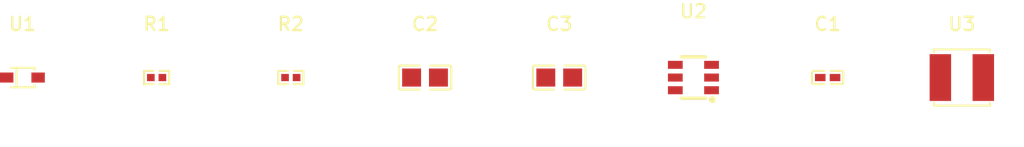
<source format=kicad_pcb>
(kicad_pcb (version 20240108) (generator "atopile") (generator_version "0.3.13-dev0")
  (layers (0 "F.Cu" signal) (31 "B.Cu" signal) (34 "B.Paste" user) (35 "F.Paste" user) (36 "B.SilkS" user "B.Silkscreen") (37 "F.SilkS" user "F.Silkscreen") (38 "B.Mask" user) (39 "F.Mask" user) (44 "Edge.Cuts" user))
  (net 0 "")
  (net 1 "CB")
  (net 2 "hv")
  (net 3 "SW")
  (net 4 "hv-1")
  (net 5 "line")
  (net 6 "gnd-1")
  (net 7 "gnd")
  (footprint "lib:SOD-323_L1.8-W1.3-LS2.5-RD" (layer "F.Cu") (at 10 -5 0)
    (property "Reference" "U1" (at 0 -4 0) (layer "F.SilkS") (hide no))
    (property "Value" "")
    (fp_line (start 0.91 0.73) (end 0.91 0.52) (stroke (width 0.15)) (layer "F.SilkS"))
    (fp_line (start 0.91 -0.73) (end 0.91 -0.53) (stroke (width 0.15)) (layer "F.SilkS"))
    (fp_line (start -0.85 -0.73) (end 0.91 -0.73) (stroke (width 0.15)) (layer "F.SilkS"))
    (fp_line (start -0.85 0.73) (end 0.91 0.73) (stroke (width 0.15)) (layer "F.SilkS"))
    (fp_line (start -0.44 -0.73) (end -0.44 0.73) (stroke (width 0.15)) (layer "F.SilkS"))
    (fp_text user "${REFERENCE}" (at 0 -4 0) (layer "F.SilkS"))
    (pad "2" smd rect (at 1.17 0 0) (size 1 0.75) (layers "F.Cu" "F.Paste" "F.Mask") (net 7 "gnd"))
    (pad "1" smd rect (at -1.17 0 0) (size 1 0.75) (layers "F.Cu" "F.Paste" "F.Mask") (net 3 "SW"))
  )
  (footprint "atopile:R0402-56259e" (layer "F.Cu") (at 20 -5 0)
    (property "Reference" "R1" (at 0 -4 0) (layer "F.SilkS") (hide no))
    (property "Value" "10kΩ ±1% 62.5mW")
    (fp_line (start -0.23 0.5) (end -0.94 0.5) (stroke (width 0.15)) (layer "F.SilkS"))
    (fp_line (start -0.94 0.5) (end -0.94 -0.5) (stroke (width 0.15)) (layer "F.SilkS"))
    (fp_line (start -0.94 -0.5) (end -0.23 -0.5) (stroke (width 0.15)) (layer "F.SilkS"))
    (fp_line (start 0.23 0.5) (end 0.94 0.5) (stroke (width 0.15)) (layer "F.SilkS"))
    (fp_line (start 0.94 0.5) (end 0.94 -0.5) (stroke (width 0.15)) (layer "F.SilkS"))
    (fp_line (start 0.94 -0.5) (end 0.23 -0.5) (stroke (width 0.15)) (layer "F.SilkS"))
    (fp_text user "${REFERENCE}" (at 0 -4 0) (layer "F.SilkS"))
    (pad "2" smd rect (at 0.43 0 0) (size 0.57 0.54) (layers "F.Cu" "F.Paste" "F.Mask") (net 7 "gnd"))
    (pad "1" smd rect (at -0.43 0 0) (size 0.57 0.54) (layers "F.Cu" "F.Paste" "F.Mask") (net 5 "line"))
  )
  (footprint "atopile:R0402-56259e" (layer "F.Cu") (at 30 -5 0)
    (property "Reference" "R2" (at 0 -4 0) (layer "F.SilkS") (hide no))
    (property "Value" "56kΩ ±1% 62.5mW")
    (fp_line (start -0.23 0.5) (end -0.94 0.5) (stroke (width 0.15)) (layer "F.SilkS"))
    (fp_line (start -0.94 0.5) (end -0.94 -0.5) (stroke (width 0.15)) (layer "F.SilkS"))
    (fp_line (start -0.94 -0.5) (end -0.23 -0.5) (stroke (width 0.15)) (layer "F.SilkS"))
    (fp_line (start 0.23 0.5) (end 0.94 0.5) (stroke (width 0.15)) (layer "F.SilkS"))
    (fp_line (start 0.94 0.5) (end 0.94 -0.5) (stroke (width 0.15)) (layer "F.SilkS"))
    (fp_line (start 0.94 -0.5) (end 0.23 -0.5) (stroke (width 0.15)) (layer "F.SilkS"))
    (fp_text user "${REFERENCE}" (at 0 -4 0) (layer "F.SilkS"))
    (pad "2" smd rect (at 0.43 0 0) (size 0.57 0.54) (layers "F.Cu" "F.Paste" "F.Mask") (net 5 "line"))
    (pad "1" smd rect (at -0.43 0 0) (size 0.57 0.54) (layers "F.Cu" "F.Paste" "F.Mask") (net 4 "hv-1"))
  )
  (footprint "atopile:C0805-3b2e55" (layer "F.Cu") (at 40 -5 0)
    (property "Reference" "C2" (at 0 -4 0) (layer "F.SilkS") (hide no))
    (property "Value" "10µF ±10% 25V X5R")
    (fp_line (start 1.81 -0.9) (end 0.4 -0.9) (stroke (width 0.15)) (layer "F.SilkS"))
    (fp_line (start 0.4 0.9) (end 1.81 0.9) (stroke (width 0.15)) (layer "F.SilkS"))
    (fp_line (start 1.96 0.75) (end 1.96 -0.75) (stroke (width 0.15)) (layer "F.SilkS"))
    (fp_line (start -1.81 -0.9) (end -0.4 -0.9) (stroke (width 0.15)) (layer "F.SilkS"))
    (fp_line (start -0.4 0.9) (end -1.81 0.9) (stroke (width 0.15)) (layer "F.SilkS"))
    (fp_line (start -1.96 0.75) (end -1.96 -0.75) (stroke (width 0.15)) (layer "F.SilkS"))
    (fp_arc (start 1.96 0.75) (mid 1.9160660171779822 0.856066017177982) (end 1.81 0.8999999999999999) (stroke (width 0.15)) (layer "F.SilkS"))
    (fp_arc (start 1.81 -0.9) (mid 1.9160660171779822 -0.8560660171779821) (end 1.96 -0.75) (stroke (width 0.15)) (layer "F.SilkS"))
    (fp_arc (start -1.96 0.75) (mid -1.9160660171779822 0.856066017177982) (end -1.81 0.8999999999999999) (stroke (width 0.15)) (layer "F.SilkS"))
    (fp_arc (start -1.81 -0.9) (mid -1.9160660171779822 -0.8560660171779821) (end -1.96 -0.75) (stroke (width 0.15)) (layer "F.SilkS"))
    (fp_text user "${REFERENCE}" (at 0 -4 0) (layer "F.SilkS"))
    (pad "2" smd rect (at 1 0 0) (size 1.41 1.35) (layers "F.Cu" "F.Paste" "F.Mask") (net 6 "gnd-1"))
    (pad "1" smd rect (at -1 0 0) (size 1.41 1.35) (layers "F.Cu" "F.Paste" "F.Mask") (net 2 "hv"))
  )
  (footprint "atopile:C0805-3b2e55" (layer "F.Cu") (at 50 -5 0)
    (property "Reference" "C3" (at 0 -4 0) (layer "F.SilkS") (hide no))
    (property "Value" "10µF ±10% 25V X5R")
    (fp_line (start 1.81 -0.9) (end 0.4 -0.9) (stroke (width 0.15)) (layer "F.SilkS"))
    (fp_line (start 0.4 0.9) (end 1.81 0.9) (stroke (width 0.15)) (layer "F.SilkS"))
    (fp_line (start 1.96 0.75) (end 1.96 -0.75) (stroke (width 0.15)) (layer "F.SilkS"))
    (fp_line (start -1.81 -0.9) (end -0.4 -0.9) (stroke (width 0.15)) (layer "F.SilkS"))
    (fp_line (start -0.4 0.9) (end -1.81 0.9) (stroke (width 0.15)) (layer "F.SilkS"))
    (fp_line (start -1.96 0.75) (end -1.96 -0.75) (stroke (width 0.15)) (layer "F.SilkS"))
    (fp_arc (start 1.96 0.75) (mid 1.9160660171779822 0.856066017177982) (end 1.81 0.8999999999999999) (stroke (width 0.15)) (layer "F.SilkS"))
    (fp_arc (start 1.81 -0.9) (mid 1.9160660171779822 -0.8560660171779821) (end 1.96 -0.75) (stroke (width 0.15)) (layer "F.SilkS"))
    (fp_arc (start -1.96 0.75) (mid -1.9160660171779822 0.856066017177982) (end -1.81 0.8999999999999999) (stroke (width 0.15)) (layer "F.SilkS"))
    (fp_arc (start -1.81 -0.9) (mid -1.9160660171779822 -0.8560660171779821) (end -1.96 -0.75) (stroke (width 0.15)) (layer "F.SilkS"))
    (fp_text user "${REFERENCE}" (at 0 -4 0) (layer "F.SilkS"))
    (pad "2" smd rect (at 1 0 0) (size 1.41 1.35) (layers "F.Cu" "F.Paste" "F.Mask") (net 7 "gnd"))
    (pad "1" smd rect (at -1 0 0) (size 1.41 1.35) (layers "F.Cu" "F.Paste" "F.Mask") (net 4 "hv-1"))
  )
  (footprint "lib:SOT-23-6_L2.9-W1.6-P0.95-LS2.8-BR" (layer "F.Cu") (at 60 -5 0)
    (property "Reference" "U2" (at 0 -4.95 0) (layer "F.SilkS") (hide no))
    (property "Value" "")
    (fp_line (start -0.9 -1.55) (end 0.9 -1.55) (stroke (width 0.25)) (layer "F.SilkS"))
    (fp_line (start -0.9 1.55) (end 0.9 1.55) (stroke (width 0.25)) (layer "F.SilkS"))
    (fp_circle (center 1.4 1.65) (end 1.53 1.65) (stroke (width 0.25)) (fill none) (layer "F.SilkS"))
    (fp_text user "${REFERENCE}" (at 0 -4.95 0) (layer "F.SilkS"))
    (pad "3" smd rect (at 1.35 -0.95 0) (size 1.1 0.6) (layers "F.Cu" "F.Paste" "F.Mask") (net 5 "line"))
    (pad "2" smd rect (at 1.35 0 0) (size 1.1 0.6) (layers "F.Cu" "F.Paste" "F.Mask") (net 6 "gnd-1"))
    (pad "1" smd rect (at 1.35 0.95 0) (size 1.1 0.6) (layers "F.Cu" "F.Paste" "F.Mask") (net 1 "CB"))
    (pad "6" smd rect (at -1.35 0.95 0) (size 1.1 0.6) (layers "F.Cu" "F.Paste" "F.Mask") (net 3 "SW"))
    (pad "5" smd rect (at -1.35 0 0) (size 1.1 0.6) (layers "F.Cu" "F.Paste" "F.Mask") (net 2 "hv"))
    (pad "4" smd rect (at -1.35 -0.95 0) (size 1.1 0.6) (layers "F.Cu" "F.Paste" "F.Mask") (net 2 "hv"))
  )
  (footprint "atopile:C0402-b3ef17" (layer "F.Cu") (at 70 -5 0)
    (property "Reference" "C1" (at 0 -4 0) (layer "F.SilkS") (hide no))
    (property "Value" "470nF ±20% 16V X5R")
    (fp_line (start 1.02 -0.5) (end 0.23 -0.5) (stroke (width 0.15)) (layer "F.SilkS"))
    (fp_line (start 0.23 0.5) (end 1.02 0.5) (stroke (width 0.15)) (layer "F.SilkS"))
    (fp_line (start 1.17 0.35) (end 1.17 -0.35) (stroke (width 0.15)) (layer "F.SilkS"))
    (fp_line (start -1.02 -0.5) (end -0.23 -0.5) (stroke (width 0.15)) (layer "F.SilkS"))
    (fp_line (start -0.23 0.5) (end -1.02 0.5) (stroke (width 0.15)) (layer "F.SilkS"))
    (fp_line (start -1.17 0.35) (end -1.17 -0.35) (stroke (width 0.15)) (layer "F.SilkS"))
    (fp_arc (start 1.17 0.35) (mid 1.1260660171779822 0.456066017177982) (end 1.02 0.4999999999999999) (stroke (width 0.15)) (layer "F.SilkS"))
    (fp_arc (start 1.02 -0.5) (mid 1.1260660171779822 -0.4560660171779821) (end 1.17 -0.35) (stroke (width 0.15)) (layer "F.SilkS"))
    (fp_arc (start -1.17 0.35) (mid -1.1260660171779822 0.456066017177982) (end -1.02 0.4999999999999999) (stroke (width 0.15)) (layer "F.SilkS"))
    (fp_arc (start -1.02 -0.5) (mid -1.1260660171779822 -0.4560660171779821) (end -1.17 -0.35) (stroke (width 0.15)) (layer "F.SilkS"))
    (fp_text user "${REFERENCE}" (at 0 -4 0) (layer "F.SilkS"))
    (pad "2" smd rect (at 0.55 0 0) (size 0.79 0.54) (layers "F.Cu" "F.Paste" "F.Mask") (net 3 "SW"))
    (pad "1" smd rect (at -0.55 0 0) (size 0.79 0.54) (layers "F.Cu" "F.Paste" "F.Mask") (net 1 "CB"))
  )
  (footprint "lib:IND-SMD_L4.0-W4.0" (layer "F.Cu") (at 80 -5 0)
    (property "Reference" "U3" (at 0 -4 0) (layer "F.SilkS") (hide no))
    (property "Value" "10µH ±20%")
    (fp_line (start -2.06 1.89) (end -2.06 2.1) (stroke (width 0.15)) (layer "F.SilkS"))
    (fp_line (start -2.06 2.1) (end 2.09 2.1) (stroke (width 0.15)) (layer "F.SilkS"))
    (fp_line (start 2.09 2.1) (end 2.09 1.9) (stroke (width 0.15)) (layer "F.SilkS"))
    (fp_line (start 2.07 -1.9) (end 2.08 -2.1) (stroke (width 0.15)) (layer "F.SilkS"))
    (fp_line (start 2.08 -2.1) (end -2.09 -2.1) (stroke (width 0.15)) (layer "F.SilkS"))
    (fp_line (start -2.09 -2.1) (end -2.09 -1.88) (stroke (width 0.15)) (layer "F.SilkS"))
    (fp_text user "${REFERENCE}" (at 0 -4 0) (layer "F.SilkS"))
    (pad "2" smd rect (at 1.6 0 0) (size 1.6 3.5) (layers "F.Cu" "F.Paste" "F.Mask") (net 4 "hv-1"))
    (pad "1" smd rect (at -1.6 0 0) (size 1.6 3.5) (layers "F.Cu" "F.Paste" "F.Mask") (net 3 "SW"))
  )
)
</source>
